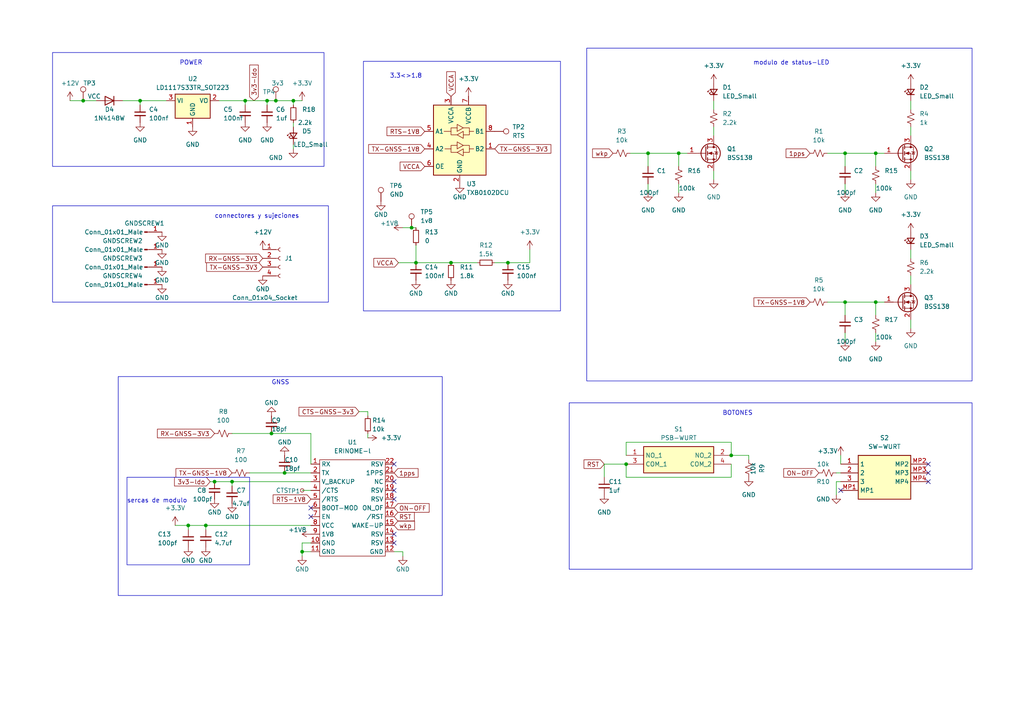
<source format=kicad_sch>
(kicad_sch (version 20230121) (generator eeschema)
  (paper "A4")
  (lib_symbols
    (symbol "Connector:Conn_01x01_Male" (pin_names (offset 1.016) hide)
      (property "Reference" "J" (at 0 2.54 0))
      (property "Value" "Conn_01x01_Male" (at 0 -2.54 0))
      (symbol "Conn_01x01_Male_1_1"
        (polyline (pts (xy 1.27 0) (xy 0.8636 0)) (stroke (width 0.1524)))
        (rectangle (start 0.8636 0.127) (end 0 -0.127) (stroke (width 0.1524)) (fill (type outline)))
        (pin passive line (at 5.08 0 180) (length 3.81) (name "Pin_1") (number "1"))
      )
    )
    (symbol "Connector:Conn_01x04_Socket" (pin_names (offset 1.016) hide)
      (property "Reference" "J" (at 0 5.08 0))
      (property "Value" "Conn_01x04_Socket" (at 0 -7.62 0))
      (symbol "Conn_01x04_Socket_1_1"
        (arc (start 0 -4.572) (mid -0.5058 -5.08) (end 0 -5.588) (stroke (width 0.1524)))
        (arc (start 0 -2.032) (mid -0.5058 -2.54) (end 0 -3.048) (stroke (width 0.1524)))
        (polyline (pts (xy -1.27 -5.08) (xy -0.508 -5.08)) (stroke (width 0.1524)))
        (polyline (pts (xy -1.27 -2.54) (xy -0.508 -2.54)) (stroke (width 0.1524)))
        (polyline (pts (xy -1.27 0) (xy -0.508 0)) (stroke (width 0.1524)))
        (polyline (pts (xy -1.27 2.54) (xy -0.508 2.54)) (stroke (width 0.1524)))
        (arc (start 0 0.508) (mid -0.5058 0) (end 0 -0.508) (stroke (width 0.1524)))
        (arc (start 0 3.048) (mid -0.5058 2.54) (end 0 2.032) (stroke (width 0.1524)))
        (pin passive line (at -5.08 2.54 0) (length 3.81) (name "Pin_1") (number "1"))
        (pin passive line (at -5.08 0 0) (length 3.81) (name "Pin_2") (number "2"))
        (pin passive line (at -5.08 -2.54 0) (length 3.81) (name "Pin_3") (number "3"))
        (pin passive line (at -5.08 -5.08 0) (length 3.81) (name "Pin_4") (number "4"))
      )
    )
    (symbol "Connector:TestPoint" (pin_numbers hide) (pin_names (offset 0.762) hide)
      (property "Reference" "TP" (at 0 6.858 0))
      (property "Value" "TestPoint" (at 0 5.08 0))
      (symbol "TestPoint_0_1"
        (circle (center 0 3.302) (radius 0.762))
      )
      (symbol "TestPoint_1_1"
        (pin passive line (at 0 0 90) (length 2.54) (name "1") (number "1"))
      )
    )
    (symbol "Connector:TestPoint_Small" (pin_numbers hide) (pin_names (offset 0.762) hide)
      (property "Reference" "TP" (at 0 3.81 0))
      (property "Value" "TestPoint_Small" (at 0 2.032 0))
      (symbol "TestPoint_Small_0_1"
        (circle (center 0 0) (radius 0.508))
      )
      (symbol "TestPoint_Small_1_1"
        (pin passive line (at 0 0 90) (length 0) (name "1") (number "1"))
      )
    )
    (symbol "Device:C_Small" (pin_numbers hide) (pin_names (offset 0.254) hide)
      (property "Reference" "C" (at 0.254 1.778 0))
      (property "Value" "C_Small" (at 0.254 -2.032 0))
      (symbol "C_Small_0_1"
        (polyline (pts (xy -1.524 -0.508) (xy 1.524 -0.508)) (stroke (width 0.3302)))
        (polyline (pts (xy -1.524 0.508) (xy 1.524 0.508)) (stroke (width 0.3048)))
      )
      (symbol "C_Small_1_1"
        (pin passive line (at 0 2.54 270) (length 2.032) (name "~") (number "1"))
        (pin passive line (at 0 -2.54 90) (length 2.032) (name "~") (number "2"))
      )
    )
    (symbol "Device:LED_Small" (pin_numbers hide) (pin_names (offset 0.254) hide)
      (property "Reference" "D" (at -1.27 3.175 0))
      (property "Value" "LED_Small" (at -4.445 -2.54 0))
      (symbol "LED_Small_0_1"
        (polyline (pts (xy -0.762 -1.016) (xy -0.762 1.016)) (stroke (width 0.254)))
        (polyline (pts (xy 1.016 0) (xy -0.762 0)))
        (polyline (pts (xy 0.762 -1.016) (xy -0.762 0) (xy 0.762 1.016) (xy 0.762 -1.016)) (stroke (width 0.254)))
        (polyline (pts (xy 0 0.762) (xy -0.508 1.27) (xy -0.254 1.27) (xy -0.508 1.27) (xy -0.508 1.016)))
        (polyline (pts (xy 0.508 1.27) (xy 0 1.778) (xy 0.254 1.778) (xy 0 1.778) (xy 0 1.524)))
      )
      (symbol "LED_Small_1_1"
        (pin passive line (at -2.54 0 0) (length 1.778) (name "K") (number "1"))
        (pin passive line (at 2.54 0 180) (length 1.778) (name "A") (number "2"))
      )
    )
    (symbol "Device:R_Small" (pin_numbers hide) (pin_names (offset 0.254) hide)
      (property "Reference" "R" (at 0.762 0.508 0))
      (property "Value" "R_Small" (at 0.762 -1.016 0))
      (symbol "R_Small_0_1"
        (rectangle (start -0.762 1.778) (end 0.762 -1.778) (stroke (width 0.2032)))
      )
      (symbol "R_Small_1_1"
        (pin passive line (at 0 2.54 270) (length 0.762) (name "~") (number "1"))
        (pin passive line (at 0 -2.54 90) (length 0.762) (name "~") (number "2"))
      )
    )
    (symbol "Device:R_Small_US" (pin_numbers hide) (pin_names (offset 0.254) hide)
      (property "Reference" "R" (at 0.762 0.508 0))
      (property "Value" "R_Small_US" (at 0.762 -1.016 0))
      (symbol "R_Small_US_1_1"
        (polyline (pts (xy 0 0) (xy 1.016 -0.381) (xy 0 -0.762) (xy -1.016 -1.143) (xy 0 -1.524)))
        (polyline (pts (xy 0 1.524) (xy 1.016 1.143) (xy 0 0.762) (xy -1.016 0.381) (xy 0 0)))
        (pin passive line (at 0 2.54 270) (length 1.016) (name "~") (number "1"))
        (pin passive line (at 0 -2.54 90) (length 1.016) (name "~") (number "2"))
      )
    )
    (symbol "Diode:1N4148W" (pin_numbers hide) (pin_names hide)
      (property "Reference" "D" (at 0 2.54 0))
      (property "Value" "1N4148W" (at 0 -2.54 0))
      (symbol "1N4148W_0_1"
        (polyline (pts (xy -1.27 1.27) (xy -1.27 -1.27)) (stroke (width 0.254)))
        (polyline (pts (xy 1.27 0) (xy -1.27 0)))
        (polyline (pts (xy 1.27 1.27) (xy 1.27 -1.27) (xy -1.27 0) (xy 1.27 1.27)) (stroke (width 0.254)))
      )
      (symbol "1N4148W_1_1"
        (pin passive line (at -3.81 0 0) (length 2.54) (name "K") (number "1"))
        (pin passive line (at 3.81 0 180) (length 2.54) (name "A") (number "2"))
      )
    )
    (symbol "Logic_LevelTranslator:TXB0102DCU"
      (property "Reference" "U" (at -6.35 11.43 0))
      (property "Value" "TXB0102DCU" (at 3.81 11.43 0))
      (symbol "TXB0102DCU_0_1"
        (rectangle (start -7.62 10.16) (end 7.62 -10.16) (stroke (width 0.254)) (fill (type background)))
        (polyline (pts (xy -2.54 -2.54) (xy -2.54 -1.524) (xy -0.762 -1.524)))
        (polyline (pts (xy -2.54 2.54) (xy -2.54 3.556) (xy -0.762 3.556)))
        (polyline (pts (xy 2.794 -2.54) (xy 2.794 -3.556) (xy 1.016 -3.556)))
        (polyline (pts (xy 2.794 2.54) (xy 2.794 1.524) (xy 1.016 1.524)))
        (polyline (pts (xy -0.762 -3.556) (xy -2.54 -3.556) (xy -2.54 -2.54) (xy -4.318 -2.54)))
        (polyline (pts (xy -0.762 -2.54) (xy -0.762 -0.508) (xy 1.016 -1.524) (xy -0.762 -2.54)))
        (polyline (pts (xy -0.762 1.524) (xy -2.54 1.524) (xy -2.54 2.54) (xy -4.572 2.54)))
        (polyline (pts (xy -0.762 2.54) (xy -0.762 4.572) (xy 1.016 3.556) (xy -0.762 2.54)))
        (polyline (pts (xy 1.016 -2.54) (xy 1.016 -4.572) (xy -0.762 -3.556) (xy 1.016 -2.54)))
        (polyline (pts (xy 1.016 -1.524) (xy 2.794 -1.524) (xy 2.794 -2.54) (xy 4.064 -2.54)))
        (polyline (pts (xy 1.016 3.556) (xy 2.794 3.556) (xy 2.794 2.54) (xy 4.064 2.54)))
        (polyline (pts (xy 1.016 2.54) (xy 1.016 0.762) (xy 1.016 0.508) (xy -0.762 1.524) (xy 1.016 2.54)))
      )
      (symbol "TXB0102DCU_1_1"
        (pin bidirectional line (at 10.16 -2.54 180) (length 2.54) (name "B2") (number "1"))
        (pin power_in line (at 0 -12.7 90) (length 2.54) (name "GND") (number "2"))
        (pin power_in line (at -2.54 12.7 270) (length 2.54) (name "VCCA") (number "3"))
        (pin bidirectional line (at -10.16 -2.54 0) (length 2.54) (name "A2") (number "4"))
        (pin bidirectional line (at -10.16 2.54 0) (length 2.54) (name "A1") (number "5"))
        (pin input line (at -10.16 -7.62 0) (length 2.54) (name "OE") (number "6"))
        (pin power_in line (at 2.54 12.7 270) (length 2.54) (name "VCCB") (number "7"))
        (pin bidirectional line (at 10.16 2.54 180) (length 2.54) (name "B1") (number "8"))
      )
    )
    (symbol "Regulator_Linear:LD1117S33TR_SOT223"
      (property "Reference" "U" (at -3.81 3.175 0))
      (property "Value" "LD1117S33TR_SOT223" (at 0 3.175 0))
      (symbol "LD1117S33TR_SOT223_0_1"
        (rectangle (start -5.08 -5.08) (end 5.08 1.905) (stroke (width 0.254)) (fill (type background)))
      )
      (symbol "LD1117S33TR_SOT223_1_1"
        (pin power_in line (at 0 -7.62 90) (length 2.54) (name "GND") (number "1"))
        (pin power_out line (at 7.62 0 180) (length 2.54) (name "VO") (number "2"))
        (pin power_in line (at -7.62 0 0) (length 2.54) (name "VI") (number "3"))
      )
    )
    (symbol "Transistor_FET:BSS138" (pin_names hide)
      (property "Reference" "Q" (at 5.08 1.905 0))
      (property "Value" "BSS138" (at 5.08 0 0))
      (symbol "BSS138_0_1"
        (polyline (pts (xy 0.254 0) (xy -2.54 0)))
        (polyline (pts (xy 0.254 1.905) (xy 0.254 -1.905)) (stroke (width 0.254)))
        (polyline (pts (xy 0.762 -1.27) (xy 0.762 -2.286)) (stroke (width 0.254)))
        (polyline (pts (xy 0.762 0.508) (xy 0.762 -0.508)) (stroke (width 0.254)))
        (polyline (pts (xy 0.762 2.286) (xy 0.762 1.27)) (stroke (width 0.254)))
        (polyline (pts (xy 2.54 2.54) (xy 2.54 1.778)))
        (polyline (pts (xy 2.54 -2.54) (xy 2.54 0) (xy 0.762 0)))
        (polyline (pts (xy 0.762 -1.778) (xy 3.302 -1.778) (xy 3.302 1.778) (xy 0.762 1.778)))
        (polyline (pts (xy 1.016 0) (xy 2.032 0.381) (xy 2.032 -0.381) (xy 1.016 0)) (fill (type outline)))
        (polyline (pts (xy 2.794 0.508) (xy 2.921 0.381) (xy 3.683 0.381) (xy 3.81 0.254)))
        (polyline (pts (xy 3.302 0.381) (xy 2.921 -0.254) (xy 3.683 -0.254) (xy 3.302 0.381)))
        (circle (center 1.651 0) (radius 2.794) (stroke (width 0.254)))
        (circle (center 2.54 -1.778) (radius 0.254) (fill (type outline)))
        (circle (center 2.54 1.778) (radius 0.254) (fill (type outline)))
      )
      (symbol "BSS138_1_1"
        (pin input line (at -5.08 0 0) (length 2.54) (name "G") (number "1"))
        (pin passive line (at 2.54 -5.08 90) (length 2.54) (name "S") (number "2"))
        (pin passive line (at 2.54 5.08 270) (length 2.54) (name "D") (number "3"))
      )
    )
    (symbol "power:+12V" (power) (pin_names (offset 0))
      (property "Value" "+12V" (at 0 3.556 0))
      (symbol "+12V_0_1"
        (polyline (pts (xy -0.762 1.27) (xy 0 2.54)))
        (polyline (pts (xy 0 0) (xy 0 2.54)))
        (polyline (pts (xy 0 2.54) (xy 0.762 1.27)))
      )
      (symbol "+12V_1_1"
        (pin power_in line (at 0 0 90) (length 0) hide (name "+12V") (number "1"))
      )
    )
    (symbol "power:+1V8" (power) (pin_names (offset 0))
      (property "Value" "+1V8" (at 0 3.556 0))
      (symbol "+1V8_0_1"
        (polyline (pts (xy -0.762 1.27) (xy 0 2.54)))
        (polyline (pts (xy 0 0) (xy 0 2.54)))
        (polyline (pts (xy 0 2.54) (xy 0.762 1.27)))
      )
      (symbol "+1V8_1_1"
        (pin power_in line (at 0 0 90) (length 0) hide (name "+1V8") (number "1"))
      )
    )
    (symbol "power:+3.3V" (power) (pin_names (offset 0))
      (property "Value" "+3.3V" (at 0 3.556 0))
      (symbol "+3.3V_0_1"
        (polyline (pts (xy -0.762 1.27) (xy 0 2.54)))
        (polyline (pts (xy 0 0) (xy 0 2.54)))
        (polyline (pts (xy 0 2.54) (xy 0.762 1.27)))
      )
      (symbol "+3.3V_1_1"
        (pin power_in line (at 0 0 90) (length 0) hide (name "+3.3V") (number "1"))
      )
    )
    (symbol "power:GND" (power) (pin_names (offset 0))
      (property "Value" "GND" (at 0 -3.81 0))
      (symbol "GND_0_1"
        (polyline (pts (xy 0 0) (xy 0 -1.27) (xy 1.27 -1.27) (xy 0 -2.54) (xy -1.27 -1.27) (xy 0 -1.27)))
      )
      (symbol "GND_1_1"
        (pin power_in line (at 0 0 270) (length 0) hide (name "GND") (number "1"))
      )
    )
    (symbol "space:Erinome-i"
      (property "Reference" "U" (at 0 11.43 0))
      (property "Value" "ERINOME-l" (at 0 15.24 0))
      (symbol "Erinome-i_1_1"
        (rectangle (start -10.16 13.97) (end 8.89 -13.97))
        (pin input line (at -12.7 12.7 0) (length 2.54) (name "RX") (number "1"))
        (pin bidirectional line (at -12.7 -10.16 0) (length 2.54) (name "GND") (number "10"))
        (pin bidirectional line (at -12.7 -12.7 0) (length 2.54) (name "GND") (number "11"))
        (pin bidirectional line (at 11.43 -12.7 180) (length 2.54) (name "GND") (number "12"))
        (pin bidirectional line (at 11.43 -10.16 180) (length 2.54) (name "RSV") (number "13"))
        (pin bidirectional line (at 11.43 -7.62 180) (length 2.54) (name "RSV") (number "14"))
        (pin bidirectional line (at 11.43 -5.08 180) (length 2.54) (name "WAKE-UP") (number "15"))
        (pin bidirectional line (at 11.43 -2.54 180) (length 2.54) (name "/RST") (number "16"))
        (pin bidirectional line (at 11.43 0 180) (length 2.54) (name "ON_OF") (number "17"))
        (pin bidirectional line (at 11.43 2.54 180) (length 2.54) (name "RSV") (number "18"))
        (pin bidirectional line (at 11.43 5.08 180) (length 2.54) (name "RSV") (number "19"))
        (pin output line (at -12.7 10.16 0) (length 2.54) (name "TX") (number "2"))
        (pin bidirectional line (at 11.43 7.62 180) (length 2.54) (name "NC") (number "20"))
        (pin bidirectional line (at 11.43 10.16 180) (length 2.54) (name "1PPS") (number "21"))
        (pin bidirectional line (at 11.43 12.7 180) (length 2.54) (name "RSV") (number "22"))
        (pin bidirectional line (at -12.7 7.62 0) (length 2.54) (name "V_BACKUP") (number "3"))
        (pin bidirectional line (at -12.7 5.08 0) (length 2.54) (name "/CTS") (number "4"))
        (pin bidirectional line (at -12.7 2.54 0) (length 2.54) (name "/RTS") (number "5"))
        (pin bidirectional line (at -12.7 0 0) (length 2.54) (name "BOOT-MOD") (number "6"))
        (pin bidirectional line (at -12.7 -2.54 0) (length 2.54) (name "EN") (number "7"))
        (pin power_in line (at -12.7 -5.08 0) (length 2.54) (name "VCC") (number "8"))
        (pin bidirectional line (at -12.7 -7.62 0) (length 2.54) (name "1V8") (number "9"))
      )
    )
    (symbol "space:PSB-WURT"
      (property "Reference" "S" (at 26.67 7.62 0))
      (property "Value" "PSB-WURT" (at 26.67 5.08 0))
      (symbol "PSB-WURT_1_1"
        (rectangle (start 5.08 2.54) (end 25.4 -5.08) (stroke (width 0.254)) (fill (type background)))
        (pin passive line (at 0 0 0) (length 5.08) (name "NO_1") (number "1"))
        (pin passive line (at 30.48 0 180) (length 5.08) (name "NO_2") (number "2"))
        (pin passive line (at 0 -2.54 0) (length 5.08) (name "COM_1") (number "3"))
        (pin passive line (at 30.48 -2.54 180) (length 5.08) (name "COM_2") (number "4"))
      )
    )
    (symbol "space:SW-WURT"
      (property "Reference" "S" (at 21.59 7.62 0))
      (property "Value" "SW-WURT" (at 21.59 5.08 0))
      (symbol "SW-WURT_1_1"
        (rectangle (start 5.08 2.54) (end 20.32 -10.16) (stroke (width 0.254)) (fill (type background)))
        (pin passive line (at 0 0 0) (length 5.08) (name "1") (number "1"))
        (pin passive line (at 0 -2.54 0) (length 5.08) (name "2") (number "2"))
        (pin passive line (at 0 -5.08 0) (length 5.08) (name "3") (number "3"))
        (pin passive line (at 0 -7.62 0) (length 5.08) (name "MP1") (number "MP1"))
        (pin passive line (at 25.4 0 180) (length 5.08) (name "MP2") (number "MP2"))
        (pin passive line (at 25.4 -2.54 180) (length 5.08) (name "MP3") (number "MP3"))
        (pin passive line (at 25.4 -5.08 180) (length 5.08) (name "MP4") (number "MP4"))
      )
    )
  )
  (junction (at 85.09 29.21))
  (junction (at 80.01 29.21))
  (junction (at 77.47 29.21))
  (junction (at 254 44.45))
  (junction (at 181.61 134.62))
  (junction (at 71.12 29.21))
  (junction (at 54.61 152.4))
  (junction (at 120.65 76.2))
  (junction (at 24.13 29.21))
  (junction (at 59.69 152.4))
  (junction (at 212.09 132.08))
  (junction (at 82.55 137.16))
  (junction (at 62.23 139.7))
  (junction (at 67.31 139.7))
  (junction (at 245.11 44.45))
  (junction (at 187.96 44.45))
  (junction (at 40.64 29.21))
  (junction (at 147.32 76.2))
  (junction (at 78.74 125.73))
  (junction (at 196.85 44.45))
  (junction (at 130.81 76.2))
  (junction (at 245.11 87.63))
  (junction (at 254 87.63))
  (junction (at 119.38 66.04))
  (junction (at 87.63 160.02))
  (no_connect (at 114.3 144.78))
  (no_connect (at 269.24 137.16))
  (no_connect (at 114.3 142.24))
  (no_connect (at 114.3 139.7))
  (no_connect (at 269.24 139.7))
  (no_connect (at 269.24 134.62))
  (no_connect (at 90.17 149.86))
  (no_connect (at 243.84 142.24))
  (no_connect (at 114.3 134.62))
  (no_connect (at 114.3 157.48))
  (no_connect (at 90.17 147.32))
  (no_connect (at 114.3 154.94))
  (wire (pts (xy 243.84 132.08) (xy 243.84 134.62)))
  (wire (pts (xy 254 44.45) (xy 256.54 44.45)))
  (wire (pts (xy 106.68 119.38) (xy 106.68 120.65)))
  (wire (pts (xy 181.61 128.27) (xy 181.61 132.08)))
  (wire (pts (xy 245.11 44.45) (xy 254 44.45)))
  (wire (pts (xy 87.63 160.02) (xy 87.63 161.29)))
  (wire (pts (xy 77.47 29.21) (xy 77.47 30.48)))
  (wire (pts (xy 181.61 138.43) (xy 181.61 134.62)))
  (wire (pts (xy 67.31 125.73) (xy 78.74 125.73)))
  (wire (pts (xy 196.85 53.34) (xy 196.85 55.88)))
  (wire (pts (xy 245.11 87.63) (xy 254 87.63)))
  (wire (pts (xy 254 96.52) (xy 254 99.06)))
  (wire (pts (xy 87.63 160.02) (xy 90.17 160.02)))
  (wire (pts (xy 120.65 76.2) (xy 130.81 76.2)))
  (wire (pts (xy 212.09 128.27) (xy 212.09 132.08)))
  (wire (pts (xy 60.96 139.7) (xy 62.23 139.7)))
  (wire (pts (xy 242.57 139.7) (xy 242.57 143.51)))
  (wire (pts (xy 264.16 72.39) (xy 264.16 74.93)))
  (wire (pts (xy 212.09 138.43) (xy 212.09 134.62)))
  (wire (pts (xy 114.3 160.02) (xy 116.84 160.02)))
  (wire (pts (xy 245.11 96.52) (xy 245.11 99.06)))
  (wire (pts (xy 243.84 139.7) (xy 242.57 139.7)))
  (wire (pts (xy 181.61 138.43) (xy 212.09 138.43)))
  (wire (pts (xy 130.81 76.2) (xy 138.43 76.2)))
  (wire (pts (xy 240.03 87.63) (xy 245.11 87.63)))
  (wire (pts (xy 182.88 44.45) (xy 187.96 44.45)))
  (wire (pts (xy 175.26 134.62) (xy 175.26 138.43)))
  (wire (pts (xy 87.63 142.24) (xy 90.17 142.24)))
  (wire (pts (xy 85.09 35.56) (xy 85.09 36.83)))
  (wire (pts (xy 85.09 41.91) (xy 85.09 43.18)))
  (wire (pts (xy 116.84 66.04) (xy 119.38 66.04)))
  (wire (pts (xy 90.17 125.73) (xy 90.17 134.62)))
  (wire (pts (xy 245.11 87.63) (xy 245.11 91.44)))
  (wire (pts (xy 196.85 44.45) (xy 199.39 44.45)))
  (wire (pts (xy 63.5 29.21) (xy 71.12 29.21)))
  (wire (pts (xy 264.16 80.01) (xy 264.16 82.55)))
  (wire (pts (xy 242.57 137.16) (xy 243.84 137.16)))
  (wire (pts (xy 67.31 139.7) (xy 90.17 139.7)))
  (wire (pts (xy 119.38 66.04) (xy 120.65 66.04)))
  (wire (pts (xy 212.09 132.08) (xy 217.17 132.08)))
  (wire (pts (xy 187.96 53.34) (xy 187.96 55.88)))
  (wire (pts (xy 20.32 29.21) (xy 24.13 29.21)))
  (wire (pts (xy 254 44.45) (xy 254 48.26)))
  (wire (pts (xy 207.01 36.83) (xy 207.01 39.37)))
  (wire (pts (xy 264.16 29.21) (xy 264.16 31.75)))
  (wire (pts (xy 240.03 44.45) (xy 245.11 44.45)))
  (wire (pts (xy 67.31 140.97) (xy 67.31 139.7)))
  (wire (pts (xy 77.47 29.21) (xy 80.01 29.21)))
  (wire (pts (xy 40.64 29.21) (xy 48.26 29.21)))
  (wire (pts (xy 40.64 29.21) (xy 40.64 30.48)))
  (wire (pts (xy 59.69 152.4) (xy 90.17 152.4)))
  (wire (pts (xy 71.12 29.21) (xy 77.47 29.21)))
  (wire (pts (xy 264.16 92.71) (xy 264.16 95.25)))
  (wire (pts (xy 187.96 44.45) (xy 196.85 44.45)))
  (wire (pts (xy 120.65 71.12) (xy 120.65 76.2)))
  (wire (pts (xy 35.56 29.21) (xy 40.64 29.21)))
  (wire (pts (xy 245.11 44.45) (xy 245.11 48.26)))
  (wire (pts (xy 62.23 139.7) (xy 67.31 139.7)))
  (wire (pts (xy 82.55 137.16) (xy 90.17 137.16)))
  (wire (pts (xy 85.09 29.21) (xy 87.63 29.21)))
  (wire (pts (xy 106.68 127) (xy 106.68 125.73)))
  (wire (pts (xy 143.51 76.2) (xy 147.32 76.2)))
  (wire (pts (xy 54.61 153.67) (xy 54.61 152.4)))
  (wire (pts (xy 115.57 76.2) (xy 120.65 76.2)))
  (wire (pts (xy 24.13 29.21) (xy 27.94 29.21)))
  (wire (pts (xy 153.67 76.2) (xy 147.32 76.2)))
  (wire (pts (xy 264.16 49.53) (xy 264.16 52.07)))
  (wire (pts (xy 153.67 72.39) (xy 153.67 76.2)))
  (wire (pts (xy 207.01 49.53) (xy 207.01 52.07)))
  (wire (pts (xy 116.84 160.02) (xy 116.84 161.29)))
  (wire (pts (xy 104.14 119.38) (xy 106.68 119.38)))
  (wire (pts (xy 54.61 152.4) (xy 59.69 152.4)))
  (wire (pts (xy 207.01 29.21) (xy 207.01 31.75)))
  (wire (pts (xy 196.85 44.45) (xy 196.85 48.26)))
  (wire (pts (xy 264.16 36.83) (xy 264.16 39.37)))
  (wire (pts (xy 90.17 157.48) (xy 87.63 157.48)))
  (wire (pts (xy 85.09 29.21) (xy 85.09 30.48)))
  (wire (pts (xy 78.74 125.73) (xy 90.17 125.73)))
  (wire (pts (xy 254 87.63) (xy 254 91.44)))
  (wire (pts (xy 175.26 134.62) (xy 181.61 134.62)))
  (wire (pts (xy 87.63 157.48) (xy 87.63 160.02)))
  (wire (pts (xy 59.69 152.4) (xy 59.69 153.67)))
  (wire (pts (xy 245.11 53.34) (xy 245.11 55.88)))
  (wire (pts (xy 217.17 133.35) (xy 217.17 132.08)))
  (wire (pts (xy 71.12 29.21) (xy 71.12 30.48)))
  (wire (pts (xy 50.8 152.4) (xy 54.61 152.4)))
  (wire (pts (xy 254 53.34) (xy 254 55.88)))
  (wire (pts (xy 187.96 44.45) (xy 187.96 48.26)))
  (wire (pts (xy 254 87.63) (xy 256.54 87.63)))
  (wire (pts (xy 181.61 128.27) (xy 212.09 128.27)))
  (wire (pts (xy 72.39 137.16) (xy 82.55 137.16)))
  (wire (pts (xy 80.01 29.21) (xy 85.09 29.21)))
  (rectangle (start 36.83 138.43) (end 72.39 163.83))
  (rectangle (start 15.24 59.69) (end 95.25 87.63))
  (rectangle (start 105.41 17.78) (end 162.56 90.17))
  (rectangle (start 170.18 13.97) (end 281.94 110.49))
  (rectangle (start 165.1 116.84) (end 281.94 165.1))
  (rectangle (start 34.29 109.22) (end 128.27 172.72))
  (rectangle (start 15.24 15.24) (end 93.98 48.26))
  (text "BOTONES" (at 209.55 120.65 0) (effects (font (size 1.27 1.27)) (justify left bottom)))
  (text "modulo de status-LED" (at 218.44 19.05 0) (effects (font (size 1.27 1.27)) (justify left bottom)))
  (text "POWER" (at 52.07 19.05 0) (effects (font (size 1.27 1.27)) (justify left bottom)))
  (text "sercas de modulo" (at 36.83 146.05 0) (effects (font (size 1.27 1.27)) (justify left bottom)))
  (text "3.3<>1.8" (at 113.03 22.86 0) (effects (font (size 1.27 1.27)) (justify left bottom)))
  (text "GNSS\n" (at 78.74 111.76 0) (effects (font (size 1.27 1.27)) (justify left bottom)))
  (text "connectores y sujeciones" (at 62.23 63.5 0) (effects (font (size 1.27 1.27)) (justify left bottom)))
  (global_label "wkp" (shape input) (at 114.3 152.4 0) (property "Intersheetrefs" "${INTERSHEET_REFS}" (effects hide)))
  (global_label "VCCA" (shape input) (at 115.57 76.2 180) (property "Intersheetrefs" "${INTERSHEET_REFS}" (effects hide)))
  (global_label "1pps" (shape input) (at 114.3 137.16 0) (property "Intersheetrefs" "${INTERSHEET_REFS}" (effects hide)))
  (global_label "VCCA" (shape input) (at 123.19 48.26 180) (property "Intersheetrefs" "${INTERSHEET_REFS}" (effects hide)))
  (global_label "TX-GNSS-1V8" (shape input) (at 234.95 87.63 180) (property "Intersheetrefs" "${INTERSHEET_REFS}" (effects hide)))
  (global_label "3v3-ldo" (shape input) (at 73.66 29.21 90) (property "Intersheetrefs" "${INTERSHEET_REFS}" (effects hide)))
  (global_label "VCCA" (shape input) (at 130.81 27.94 90) (property "Intersheetrefs" "${INTERSHEET_REFS}" (effects hide)))
  (global_label "TX-GNSS-1V8" (shape input) (at 67.31 137.16 180) (property "Intersheetrefs" "${INTERSHEET_REFS}" (effects hide)))
  (global_label "3v3-ldo" (shape input) (at 60.96 139.7 180) (property "Intersheetrefs" "${INTERSHEET_REFS}" (effects hide)))
  (global_label "RX-GNSS-3V3" (shape input) (at 76.2 74.93 180) (property "Intersheetrefs" "${INTERSHEET_REFS}" (effects hide)))
  (global_label "TX-GNSS-1V8" (shape input) (at 123.19 43.18 180) (property "Intersheetrefs" "${INTERSHEET_REFS}" (effects hide)))
  (global_label "RTS-1V8" (shape input) (at 90.17 144.78 180) (property "Intersheetrefs" "${INTERSHEET_REFS}" (effects hide)))
  (global_label "1pps" (shape input) (at 234.95 44.45 180) (property "Intersheetrefs" "${INTERSHEET_REFS}" (effects hide)))
  (global_label "RST" (shape input) (at 175.26 134.62 180) (property "Intersheetrefs" "${INTERSHEET_REFS}" (effects hide)))
  (global_label "ON-OFF" (shape input) (at 237.49 137.16 180) (property "Intersheetrefs" "${INTERSHEET_REFS}" (effects hide)))
  (global_label "RTS-1V8" (shape input) (at 123.19 38.1 180) (property "Intersheetrefs" "${INTERSHEET_REFS}" (effects hide)))
  (global_label "CTS-GNSS-3v3" (shape input) (at 104.14 119.38 180) (property "Intersheetrefs" "${INTERSHEET_REFS}" (effects hide)))
  (global_label "RST" (shape input) (at 114.3 149.86 0) (property "Intersheetrefs" "${INTERSHEET_REFS}" (effects hide)))
  (global_label "RX-GNSS-3V3" (shape input) (at 62.23 125.73 180) (property "Intersheetrefs" "${INTERSHEET_REFS}" (effects hide)))
  (global_label "TX-GNSS-3V3" (shape input) (at 143.51 43.18 0) (property "Intersheetrefs" "${INTERSHEET_REFS}" (effects hide)))
  (global_label "TX-GNSS-3V3" (shape input) (at 76.2 77.47 180) (property "Intersheetrefs" "${INTERSHEET_REFS}" (effects hide)))
  (global_label "ON-OFF" (shape input) (at 114.3 147.32 0) (property "Intersheetrefs" "${INTERSHEET_REFS}" (effects hide)))
  (global_label "wkp" (shape input) (at 177.8 44.45 180) (property "Intersheetrefs" "${INTERSHEET_REFS}" (effects hide)))
  (symbol (lib_id "Device:C_Small") (at 175.26 140.97 0) (unit 1)
    (property "Reference" "C11" (at 176.53 139.7 0) (effects (justify left)))
    (property "Value" "1uf" (at 176.53 142.24 0) (effects (justify left)))
    (property "Footprint" "Capacitor_SMD:C_0805_2012Metric_Pad1.18x1.45mm_HandSolder" (effects hide))
  )
  (symbol (lib_id "Device:C_Small") (at 77.47 33.02 0) (unit 1)
    (property "Reference" "C6" (at 80.01 31.7563 0) (effects (justify left)))
    (property "Value" "1uf" (at 80.01 34.2963 0) (effects (justify left)))
    (property "Footprint" "Capacitor_SMD:C_0805_2012Metric_Pad1.18x1.45mm_HandSolder" (effects hide))
  )
  (symbol (lib_id "Device:R_Small_US") (at 64.77 125.73 90) (unit 1)
    (property "Reference" "R8" (at 64.77 119.38 90))
    (property "Value" "100" (at 64.77 121.92 90))
    (property "Footprint" "Resistor_SMD:R_0805_2012Metric_Pad1.20x1.40mm_HandSolder" (effects hide))
  )
  (symbol (lib_id "Connector:Conn_01x01_Male") (at 41.91 77.47 0) (unit 1)
    (property "Reference" "GNDSCREW3" (at 35.56 74.93 0))
    (property "Value" "Conn_01x01_Male" (at 33.02 77.47 0))
    (property "Footprint" "MountingHole:MountingHole_2.2mm_M2_Pad_Via" (effects hide))
  )
  (symbol (lib_id "Device:C_Small") (at 67.31 143.51 0) (unit 1)
    (property "Reference" "C7" (at 68.58 142.24 0) (effects (justify left)))
    (property "Value" "4.7uf" (at 67.31 146.05 0) (effects (justify left)))
    (property "Footprint" "Capacitor_SMD:C_0805_2012Metric_Pad1.18x1.45mm_HandSolder" (effects hide))
  )
  (symbol (lib_id "Connector:TestPoint_Small") (at 87.63 142.24 0) (unit 1)
    (property "Reference" "TP1" (at 83.4221 142.4471 0) (effects (justify left)))
    (property "Value" "CTS" (at 80.01 142.24 0) (effects (justify left)))
    (property "Footprint" "TestPoint:TestPoint_Pad_D2.0mm" (effects hide))
  )
  (symbol (lib_id "space:SW-WURT") (at 243.84 134.62 0) (unit 1)
    (property "Reference" "S2" (at 256.54 127 0))
    (property "Value" "SW-WURT" (at 256.54 129.54 0))
    (property "Footprint" "space:SW-WURT" (effects hide))
    (property "Datasheet" "https://katalog.we-online.de/em/datasheet/450404015514.pdf" (effects hide))
    (property "Height" "1.4" (effects hide))
    (property "Mouser Part Number" "710-450404015514" (effects hide))
    (property "Mouser Price/Stock" "https://www.mouser.co.uk/ProductDetail/Wurth-Elektronik/450404015514?qs=sPbYRqrBIVk21%2FxsES2IZA%3D%3D" (effects hide))
    (property "Manufacturer_Name" "Wurth Elektronik" (effects hide))
    (property "Manufacturer_Part_Number" "450404015514" (effects hide))
  )
  (symbol (lib_id "power:GND") (at 196.85 55.88 0) (unit 1)
    (property "Reference" "#PWR02" (effects hide))
    (property "Value" "GND" (at 196.85 60.96 0))
  )
  (symbol (lib_id "power:GND") (at 54.61 158.75 0) (unit 1)
    (property "Reference" "#PWR029" (effects hide))
    (property "Value" "GND" (at 54.61 162.56 0))
  )
  (symbol (lib_id "Device:C_Small") (at 62.23 142.24 0) (unit 1)
    (property "Reference" "C8" (at 57.15 142.24 0) (effects (justify left)))
    (property "Value" "100pf" (at 55.88 144.78 0) (effects (justify left)))
    (property "Footprint" "Capacitor_SMD:C_0805_2012Metric_Pad1.18x1.45mm_HandSolder" (effects hide))
  )
  (symbol (lib_id "power:+3.3V") (at 87.63 29.21 0) (unit 1)
    (property "Reference" "#PWR016" (effects hide))
    (property "Value" "+3.3V" (at 87.63 24.13 0))
  )
  (symbol (lib_id "Device:R_Small_US") (at 237.49 44.45 90) (unit 1)
    (property "Reference" "R1" (at 237.49 38.1 90))
    (property "Value" "10k" (at 237.49 40.64 90))
    (property "Footprint" "Resistor_SMD:R_0805_2012Metric_Pad1.20x1.40mm_HandSolder" (effects hide))
  )
  (symbol (lib_id "Device:R_Small_US") (at 196.85 50.8 0) (unit 1)
    (property "Reference" "R16" (at 199.39 49.53 0) (effects (justify left)))
    (property "Value" "100k" (at 196.85 54.61 0) (effects (justify left)))
    (property "Footprint" "Resistor_SMD:R_0805_2012Metric_Pad1.20x1.40mm_HandSolder" (effects hide))
  )
  (symbol (lib_id "power:GND") (at 82.55 132.08 180) (unit 1)
    (property "Reference" "#PWR020" (effects hide))
    (property "Value" "GND" (at 82.55 128.27 0))
  )
  (symbol (lib_id "Device:R_Small") (at 106.68 123.19 0) (unit 1)
    (property "Reference" "R14" (at 107.95 121.92 0) (effects (justify left)))
    (property "Value" "10k" (at 107.95 124.46 0) (effects (justify left)))
    (property "Footprint" "Resistor_SMD:R_0805_2012Metric_Pad1.20x1.40mm_HandSolder" (effects hide))
  )
  (symbol (lib_id "power:+3.3V") (at 264.16 24.13 0) (unit 1)
    (property "Reference" "#PWR047" (effects hide))
    (property "Value" "+3.3V" (at 264.16 19.05 0))
  )
  (symbol (lib_id "Device:C_Small") (at 187.96 50.8 0) (unit 1)
    (property "Reference" "C1" (at 190.5 49.5363 0) (effects (justify left)))
    (property "Value" "100pf" (at 185.42 55.88 0) (effects (justify left)))
    (property "Footprint" "Capacitor_SMD:C_0805_2012Metric_Pad1.18x1.45mm_HandSolder" (effects hide))
  )
  (symbol (lib_id "Device:R_Small_US") (at 69.85 137.16 90) (unit 1)
    (property "Reference" "R7" (at 69.85 130.81 90))
    (property "Value" "100" (at 69.85 133.35 90))
    (property "Footprint" "Resistor_SMD:R_0805_2012Metric_Pad1.20x1.40mm_HandSolder" (effects hide))
  )
  (symbol (lib_id "power:GND") (at 87.63 161.29 0) (unit 1)
    (property "Reference" "#PWR022" (effects hide))
    (property "Value" "GND" (at 87.63 165.1 0))
  )
  (symbol (lib_id "Connector:TestPoint") (at 119.38 66.04 0) (unit 1)
    (property "Reference" "TP5" (at 121.92 61.468 0) (effects (justify left)))
    (property "Value" "1v8" (at 121.92 64.008 0) (effects (justify left)))
    (property "Footprint" "TestPoint:TestPoint_Pad_D2.0mm" (effects hide))
  )
  (symbol (lib_id "power:GND") (at 116.84 161.29 0) (unit 1)
    (property "Reference" "#PWR023" (effects hide))
    (property "Value" "GND" (at 116.84 165.1 0))
  )
  (symbol (lib_id "Device:C_Small") (at 120.65 78.74 0) (unit 1)
    (property "Reference" "C14" (at 123.19 77.4763 0) (effects (justify left)))
    (property "Value" "100nf" (at 123.19 80.0163 0) (effects (justify left)))
    (property "Footprint" "Capacitor_SMD:C_0805_2012Metric_Pad1.18x1.45mm_HandSolder" (effects hide))
  )
  (symbol (lib_id "Device:C_Small") (at 40.64 33.02 0) (unit 1)
    (property "Reference" "C4" (at 43.18 31.7563 0) (effects (justify left)))
    (property "Value" "100nf" (at 43.18 34.2963 0) (effects (justify left)))
    (property "Footprint" "Capacitor_SMD:C_0805_2012Metric_Pad1.18x1.45mm_HandSolder" (effects hide))
  )
  (symbol (lib_id "Device:R_Small_US") (at 180.34 44.45 90) (unit 1)
    (property "Reference" "R3" (at 180.34 38.1 90))
    (property "Value" "10k" (at 180.34 40.64 90))
    (property "Footprint" "Resistor_SMD:R_0805_2012Metric_Pad1.20x1.40mm_HandSolder" (effects hide))
  )
  (symbol (lib_id "power:GND") (at 207.01 52.07 0) (unit 1)
    (property "Reference" "#PWR03" (effects hide))
    (property "Value" "GND" (at 207.01 57.15 0))
  )
  (symbol (lib_id "space:Erinome-i") (at 102.87 147.32 0) (unit 1)
    (property "Reference" "U1" (at 102.235 128.27 0))
    (property "Value" "ERINOME-l" (at 102.235 130.81 0))
    (property "Footprint" "space:Erinome-l" (effects hide))
  )
  (symbol (lib_id "power:+3.3V") (at 135.89 27.94 0) (unit 1)
    (property "Reference" "#PWR037" (effects hide))
    (property "Value" "+3.3V" (at 135.89 22.86 0))
  )
  (symbol (lib_id "power:GND") (at 46.99 67.31 0) (unit 1)
    (property "Reference" "#PWR043" (effects hide))
    (property "Value" "GND" (at 46.99 71.12 0))
  )
  (symbol (lib_id "Connector:Conn_01x01_Male") (at 41.91 67.31 0) (unit 1)
    (property "Reference" "GNDSCREW1" (at 41.91 64.77 0))
    (property "Value" "Conn_01x01_Male" (at 33.02 67.31 0))
    (property "Footprint" "MountingHole:MountingHole_2.2mm_M2_Pad_Via" (effects hide))
  )
  (symbol (lib_id "power:GND") (at 59.69 158.75 0) (unit 1)
    (property "Reference" "#PWR028" (effects hide))
    (property "Value" "GND" (at 59.69 162.56 0))
  )
  (symbol (lib_id "power:+3.3V") (at 243.84 132.08 0) (unit 1)
    (property "Reference" "#PWR027" (effects hide))
    (property "Value" "+3.3V" (at 240.03 130.81 0))
  )
  (symbol (lib_id "power:GND") (at 254 99.06 0) (unit 1)
    (property "Reference" "#PWR08" (effects hide))
    (property "Value" "GND" (at 254 104.14 0))
  )
  (symbol (lib_id "Device:C_Small") (at 245.11 93.98 0) (unit 1)
    (property "Reference" "C3" (at 247.65 92.7163 0) (effects (justify left)))
    (property "Value" "100pf" (at 242.57 99.06 0) (effects (justify left)))
    (property "Footprint" "Capacitor_SMD:C_0805_2012Metric_Pad1.18x1.45mm_HandSolder" (effects hide))
  )
  (symbol (lib_id "Connector:TestPoint") (at 24.13 29.21 0) (unit 1)
    (property "Reference" "TP3" (at 24.13 24.13 0) (effects (justify left)))
    (property "Value" "VCC" (at 25.4 27.94 0) (effects (justify left)))
    (property "Footprint" "TestPoint:TestPoint_Pad_D2.0mm" (effects hide))
  )
  (symbol (lib_id "Diode:1N4148W") (at 31.75 29.21 180) (unit 1)
    (property "Reference" "D4" (at 31.75 31.75 0))
    (property "Value" "1N4148W" (at 31.75 34.29 0))
    (property "Footprint" "Diode_SMD:D_SOD-123" (effects hide))
    (property "Datasheet" "https://www.vishay.com/docs/85748/1n4148w.pdf" (effects hide))
    (property "Sim.Device" "D" (effects hide))
    (property "Sim.Pins" "1=K 2=A" (effects hide))
  )
  (symbol (lib_id "Connector:TestPoint") (at 80.01 29.21 0) (unit 1)
    (property "Reference" "TP4" (at 76.2 26.67 0) (effects (justify left)))
    (property "Value" "3v3" (at 78.74 24.13 0) (effects (justify left)))
    (property "Footprint" "TestPoint:TestPoint_Pad_D2.0mm" (effects hide))
  )
  (symbol (lib_id "power:GND") (at 67.31 146.05 0) (unit 1)
    (property "Reference" "#PWR017" (effects hide))
    (property "Value" "GND" (at 67.31 149.86 0))
  )
  (symbol (lib_id "power:+3.3V") (at 50.8 152.4 0) (unit 1)
    (property "Reference" "#PWR030" (effects hide))
    (property "Value" "+3.3V" (at 50.8 147.32 0))
  )
  (symbol (lib_id "power:GND") (at 78.74 120.65 180) (unit 1)
    (property "Reference" "#PWR021" (effects hide))
    (property "Value" "GND" (at 78.74 116.84 0))
  )
  (symbol (lib_id "Device:C_Small") (at 54.61 156.21 0) (unit 1)
    (property "Reference" "C13" (at 45.72 154.94 0) (effects (justify left)))
    (property "Value" "100pf" (at 45.72 157.48 0) (effects (justify left)))
    (property "Footprint" "Capacitor_SMD:C_0805_2012Metric_Pad1.18x1.45mm_HandSolder" (effects hide))
  )
  (symbol (lib_id "power:GND") (at 264.16 95.25 0) (unit 1)
    (property "Reference" "#PWR09" (effects hide))
    (property "Value" "GND" (at 264.16 100.33 0))
  )
  (symbol (lib_id "Device:C_Small") (at 147.32 78.74 0) (unit 1)
    (property "Reference" "C15" (at 149.86 77.4763 0) (effects (justify left)))
    (property "Value" "100nf" (at 149.86 80.0163 0) (effects (justify left)))
    (property "Footprint" "Capacitor_SMD:C_0805_2012Metric_Pad1.18x1.45mm_HandSolder" (effects hide))
  )
  (symbol (lib_id "power:GND") (at 147.32 81.28 0) (unit 1)
    (property "Reference" "#PWR033" (effects hide))
    (property "Value" "GND" (at 147.32 85.09 0))
  )
  (symbol (lib_id "Device:LED_Small") (at 207.01 26.67 90) (unit 1)
    (property "Reference" "D1" (at 209.55 25.3365 90) (effects (justify right)))
    (property "Value" "LED_Small" (at 209.55 27.8765 90) (effects (justify right)))
    (property "Footprint" "LED_SMD:LED_0805_2012Metric_Pad1.15x1.40mm_HandSolder" (effects hide))
  )
  (symbol (lib_id "Device:C_Small") (at 82.55 134.62 0) (unit 1)
    (property "Reference" "C10" (at 82.55 133.35 0) (effects (justify left)))
    (property "Value" "18pf" (at 82.55 135.89 0) (effects (justify left)))
    (property "Footprint" "Capacitor_SMD:C_0805_2012Metric_Pad1.18x1.45mm_HandSolder" (effects hide))
  )
  (symbol (lib_id "Transistor_FET:BSS138") (at 261.62 87.63 0) (unit 1)
    (property "Reference" "Q3" (at 267.97 86.36 0) (effects (justify left)))
    (property "Value" "BSS138" (at 267.97 88.9 0) (effects (justify left)))
    (property "Footprint" "Package_TO_SOT_SMD:SOT-23" (effects hide))
    (property "Datasheet" "https://www.onsemi.com/pub/Collateral/BSS138-D.PDF" (effects hide))
  )
  (symbol (lib_id "power:GND") (at 77.47 35.56 0) (unit 1)
    (property "Reference" "#PWR015" (effects hide))
    (property "Value" "GND" (at 77.47 40.64 0))
  )
  (symbol (lib_id "power:GND") (at 254 55.88 0) (unit 1)
    (property "Reference" "#PWR05" (effects hide))
    (property "Value" "GND" (at 254 60.96 0))
  )
  (symbol (lib_id "power:GND") (at 217.17 138.43 0) (unit 1)
    (property "Reference" "#PWR025" (effects hide))
    (property "Value" "GND" (at 217.17 143.51 0))
  )
  (symbol (lib_id "Device:R_Small_US") (at 264.16 77.47 0) (unit 1)
    (property "Reference" "R6" (at 266.7 76.2 0) (effects (justify left)))
    (property "Value" "2.2k" (at 266.7 78.74 0) (effects (justify left)))
    (property "Footprint" "Resistor_SMD:R_0805_2012Metric_Pad1.20x1.40mm_HandSolder" (effects hide))
  )
  (symbol (lib_id "Regulator_Linear:LD1117S33TR_SOT223") (at 55.88 29.21 0) (unit 1)
    (property "Reference" "U2" (at 55.88 22.86 0))
    (property "Value" "LD1117S33TR_SOT223" (at 55.88 25.4 0))
    (property "Footprint" "Package_TO_SOT_SMD:SOT-223-3_TabPin2" (effects hide))
    (property "Datasheet" "http://www.st.com/st-web-ui/static/active/en/resource/technical/document/datasheet/CD00000544.pdf" (effects hide))
  )
  (symbol (lib_id "power:+3.3V") (at 153.67 72.39 0) (unit 1)
    (property "Reference" "#PWR031" (effects hide))
    (property "Value" "+3.3V" (at 153.67 67.31 0))
  )
  (symbol (lib_id "power:+12V") (at 20.32 29.21 0) (unit 1)
    (property "Reference" "#PWR010" (effects hide))
    (property "Value" "+12V" (at 20.32 24.13 0))
  )
  (symbol (lib_id "Transistor_FET:BSS138") (at 204.47 44.45 0) (unit 1)
    (property "Reference" "Q1" (at 210.82 43.18 0) (effects (justify left)))
    (property "Value" "BSS138" (at 210.82 45.72 0) (effects (justify left)))
    (property "Footprint" "Package_TO_SOT_SMD:SOT-23" (effects hide))
    (property "Datasheet" "https://www.onsemi.com/pub/Collateral/BSS138-D.PDF" (effects hide))
  )
  (symbol (lib_id "Device:R_Small_US") (at 207.01 34.29 0) (unit 1)
    (property "Reference" "R2" (at 209.55 33.02 0) (effects (justify left)))
    (property "Value" "2.2k" (at 209.55 35.56 0) (effects (justify left)))
    (property "Footprint" "Resistor_SMD:R_0805_2012Metric_Pad1.20x1.40mm_HandSolder" (effects hide))
  )
  (symbol (lib_id "Device:R_Small_US") (at 240.03 137.16 270) (unit 1)
    (property "Reference" "R10" (at 238.76 139.7 90))
    (property "Value" "10k" (at 238.76 134.62 90))
    (property "Footprint" "Resistor_SMD:R_0805_2012Metric_Pad1.20x1.40mm_HandSolder" (effects hide))
  )
  (symbol (lib_id "power:+12V") (at 76.2 72.39 0) (unit 1)
    (property "Reference" "#PWR013" (effects hide))
    (property "Value" "+12V" (at 76.2 67.31 0))
  )
  (symbol (lib_id "power:GND") (at 76.2 80.01 0) (unit 1)
    (property "Reference" "#PWR039" (effects hide))
    (property "Value" "GND" (at 76.2 83.82 0))
  )
  (symbol (lib_id "Device:R_Small") (at 85.09 33.02 0) (unit 1)
    (property "Reference" "R18" (at 87.63 31.75 0) (effects (justify left)))
    (property "Value" "2.2k" (at 86.36 35.56 0) (effects (justify left)))
    (property "Footprint" "Resistor_SMD:R_0805_2012Metric_Pad1.20x1.40mm_HandSolder" (effects hide))
  )
  (symbol (lib_id "Device:R_Small") (at 140.97 76.2 90) (unit 1)
    (property "Reference" "R12" (at 140.97 71.12 90))
    (property "Value" "1.5k" (at 140.97 73.66 90))
    (property "Footprint" "Resistor_SMD:R_0805_2012Metric_Pad1.20x1.40mm_HandSolder" (effects hide))
  )
  (symbol (lib_id "power:+1V8") (at 116.84 66.04 90) (unit 1)
    (property "Reference" "#PWR032" (effects hide))
    (property "Value" "+1V8" (at 115.57 64.77 90) (effects (justify left)))
  )
  (symbol (lib_id "power:GND") (at 71.12 35.56 0) (unit 1)
    (property "Reference" "#PWR014" (effects hide))
    (property "Value" "GND" (at 71.12 40.64 0))
  )
  (symbol (lib_id "power:GND") (at 40.64 35.56 0) (unit 1)
    (property "Reference" "#PWR011" (effects hide))
    (property "Value" "GND" (at 40.64 40.64 0))
  )
  (symbol (lib_id "power:GND") (at 55.88 36.83 0) (unit 1)
    (property "Reference" "#PWR012" (effects hide))
    (property "Value" "GND" (at 55.88 41.91 0))
  )
  (symbol (lib_id "Device:C_Small") (at 78.74 123.19 0) (unit 1)
    (property "Reference" "C9" (at 78.74 121.92 0) (effects (justify left)))
    (property "Value" "18pf" (at 78.74 124.46 0) (effects (justify left)))
    (property "Footprint" "Capacitor_SMD:C_0805_2012Metric_Pad1.18x1.45mm_HandSolder" (effects hide))
  )
  (symbol (lib_id "power:GND") (at 62.23 144.78 0) (unit 1)
    (property "Reference" "#PWR018" (effects hide))
    (property "Value" "GND" (at 62.23 148.59 0))
  )
  (symbol (lib_id "power:GND") (at 264.16 52.07 0) (unit 1)
    (property "Reference" "#PWR06" (effects hide))
    (property "Value" "GND" (at 264.16 57.15 0))
  )
  (symbol (lib_id "Device:R_Small_US") (at 217.17 135.89 0) (unit 1)
    (property "Reference" "R9" (at 220.98 135.89 90))
    (property "Value" "10k" (at 218.44 135.89 90))
    (property "Footprint" "Resistor_SMD:R_0805_2012Metric_Pad1.20x1.40mm_HandSolder" (effects hide))
  )
  (symbol (lib_id "Device:R_Small_US") (at 237.49 87.63 90) (unit 1)
    (property "Reference" "R5" (at 237.49 81.28 90))
    (property "Value" "10k" (at 237.49 83.82 90))
    (property "Footprint" "Resistor_SMD:R_0805_2012Metric_Pad1.20x1.40mm_HandSolder" (effects hide))
  )
  (symbol (lib_id "Device:R_Small_US") (at 254 50.8 0) (unit 1)
    (property "Reference" "R15" (at 256.54 49.53 0) (effects (justify left)))
    (property "Value" "100k" (at 254 54.61 0) (effects (justify left)))
    (property "Footprint" "Resistor_SMD:R_0805_2012Metric_Pad1.20x1.40mm_HandSolder" (effects hide))
  )
  (symbol (lib_id "power:+1V8") (at 90.17 154.94 90) (unit 1)
    (property "Reference" "#PWR019" (effects hide))
    (property "Value" "+1V8" (at 88.9 153.67 90) (effects (justify left)))
  )
  (symbol (lib_id "Connector:TestPoint") (at 143.51 38.1 270) (unit 1)
    (property "Reference" "TP2" (at 148.59 36.83 90) (effects (justify left)))
    (property "Value" "RTS" (at 148.59 39.37 90) (effects (justify left)))
    (property "Footprint" "TestPoint:TestPoint_Pad_D2.0mm" (effects hide))
  )
  (symbol (lib_id "Device:LED_Small") (at 264.16 26.67 90) (unit 1)
    (property "Reference" "D2" (at 266.7 25.3365 90) (effects (justify right)))
    (property "Value" "LED_Small" (at 266.7 27.8765 90) (effects (justify right)))
    (property "Footprint" "LED_SMD:LED_0805_2012Metric_Pad1.15x1.40mm_HandSolder" (effects hide))
  )
  (symbol (lib_id "power:GND") (at 110.49 58.42 0) (unit 1)
    (property "Reference" "#PWR045" (effects hide))
    (property "Value" "GND" (at 110.49 62.23 0))
  )
  (symbol (lib_id "power:GND") (at 187.96 55.88 0) (unit 1)
    (property "Reference" "#PWR01" (effects hide))
    (property "Value" "GND" (at 187.96 60.96 0))
  )
  (symbol (lib_id "Connector:Conn_01x01_Male") (at 41.91 72.39 0) (unit 1)
    (property "Reference" "GNDSCREW2" (at 35.56 69.85 0))
    (property "Value" "Conn_01x01_Male" (at 33.02 72.39 0))
    (property "Footprint" "MountingHole:MountingHole_2.2mm_M2_Pad_Via" (effects hide))
  )
  (symbol (lib_id "Device:R_Small_US") (at 254 93.98 0) (unit 1)
    (property "Reference" "R17" (at 256.54 92.71 0) (effects (justify left)))
    (property "Value" "100k" (at 254 97.79 0) (effects (justify left)))
    (property "Footprint" "Resistor_SMD:R_0805_2012Metric_Pad1.20x1.40mm_HandSolder" (effects hide))
  )
  (symbol (lib_id "Device:LED_Small") (at 264.16 69.85 90) (unit 1)
    (property "Reference" "D3" (at 266.7 68.5165 90) (effects (justify right)))
    (property "Value" "LED_Small" (at 266.7 71.0565 90) (effects (justify right)))
    (property "Footprint" "LED_SMD:LED_0805_2012Metric_Pad1.15x1.40mm_HandSolder" (effects hide))
  )
  (symbol (lib_id "Device:C_Small") (at 245.11 50.8 0) (unit 1)
    (property "Reference" "C2" (at 247.65 49.5363 0) (effects (justify left)))
    (property "Value" "100pf" (at 242.57 55.88 0) (effects (justify left)))
    (property "Footprint" "Capacitor_SMD:C_0805_2012Metric_Pad1.18x1.45mm_HandSolder" (effects hide))
  )
  (symbol (lib_id "power:GND") (at 120.65 81.28 0) (unit 1)
    (property "Reference" "#PWR035" (effects hide))
    (property "Value" "GND" (at 120.65 85.09 0))
  )
  (symbol (lib_id "Device:R_Small_US") (at 264.16 34.29 0) (unit 1)
    (property "Reference" "R4" (at 266.7 33.02 0) (effects (justify left)))
    (property "Value" "1k" (at 266.7 35.56 0) (effects (justify left)))
    (property "Footprint" "Resistor_SMD:R_0805_2012Metric_Pad1.20x1.40mm_HandSolder" (effects hide))
  )
  (symbol (lib_id "power:GND") (at 46.99 77.47 0) (unit 1)
    (property "Reference" "#PWR041" (effects hide))
    (property "Value" "GND" (at 46.99 81.28 0))
  )
  (symbol (lib_id "space:PSB-WURT") (at 181.61 132.08 0) (unit 1)
    (property "Reference" "S1" (at 196.85 124.46 0))
    (property "Value" "PSB-WURT" (at 196.85 127 0))
    (property "Footprint" "space:PSB-WURT" (effects hide))
    (property "Datasheet" "https://katalog.we-online.de/em/datasheet/4304x1xxx8x6.pdf" (effects hide))
    (property "Height" "3.3" (effects hide))
    (property "Mouser Part Number" "710-430471031826" (effects hide))
    (property "Mouser Price/Stock" "https://www.mouser.co.uk/ProductDetail/Wurth-Elektronik/430471031826?qs=wr8lucFkNMVeVRJR%2Fgx8gQ%3D%3D" (effects hide))
    (property "Manufacturer_Name" "Wurth Elektronik" (effects hide))
    (property "Manufacturer_Part_Number" "430471031826" (effects hide))
  )
  (symbol (lib_id "Logic_LevelTranslator:TXB0102DCU") (at 133.35 40.64 0) (unit 1)
    (property "Reference" "U3" (at 135.3059 53.34 0) (effects (justify left)))
    (property "Value" "TXB0102DCU" (at 135.3059 55.88 0) (effects (justify left)))
    (property "Footprint" "Package_SO:VSSOP-8_2.4x2.1mm_P0.5mm" (effects hide))
    (property "Datasheet" "http://www.ti.com/lit/ds/symlink/txb0102.pdf" (effects hide))
  )
  (symbol (lib_id "Connector:TestPoint") (at 110.49 58.42 0) (unit 1)
    (property "Reference" "TP6" (at 113.03 53.848 0) (effects (justify left)))
    (property "Value" "GND" (at 113.03 56.388 0) (effects (justify left)))
    (property "Footprint" "TestPoint:TestPoint_Pad_D2.0mm" (effects hide))
  )
  (symbol (lib_id "Device:R_Small") (at 130.81 78.74 0) (unit 1)
    (property "Reference" "R11" (at 133.35 77.47 0) (effects (justify left)))
    (property "Value" "1.8k" (at 133.35 80.01 0) (effects (justify left)))
    (property "Footprint" "Resistor_SMD:R_0805_2012Metric_Pad1.20x1.40mm_HandSolder" (effects hide))
  )
  (symbol (lib_id "power:+3.3V") (at 264.16 67.31 0) (unit 1)
    (property "Reference" "#PWR048" (effects hide))
    (property "Value" "+3.3V" (at 264.16 62.23 0))
  )
  (symbol (lib_id "Connector:Conn_01x04_Socket") (at 81.28 74.93 0) (unit 1)
    (property "Reference" "J1" (at 82.55 74.93 0) (effects (justify left)))
    (property "Value" "Conn_01x04_Socket" (at 67.31 86.36 0) (effects (justify left)))
    (property "Footprint" "Connector_JST:JST_EH_S4B-EH_1x04_P2.50mm_Horizontal" (effects hide))
  )
  (symbol (lib_id "Device:C_Small") (at 71.12 33.02 0) (unit 1)
    (property "Reference" "C5" (at 64.77 31.75 0) (effects (justify left)))
    (property "Value" "100nf" (at 64.77 34.29 0) (effects (justify left)))
    (property "Footprint" "Capacitor_SMD:C_0805_2012Metric_Pad1.18x1.45mm_HandSolder" (effects hide))
  )
  (symbol (lib_id "power:GND") (at 242.57 143.51 0) (unit 1)
    (property "Reference" "#PWR026" (effects hide))
    (property "Value" "GND" (at 238.76 144.78 0))
  )
  (symbol (lib_id "Device:LED_Small") (at 85.09 39.37 90) (unit 1)
    (property "Reference" "D5" (at 87.63 38.0365 90) (effects (justify right)))
    (property "Value" "LED_Small" (at 85.09 41.91 90) (effects (justify right)))
    (property "Footprint" "LED_SMD:LED_0805_2012Metric_Pad1.15x1.40mm_HandSolder" (effects hide))
  )
  (symbol (lib_id "power:GND") (at 133.35 53.34 0) (unit 1)
    (property "Reference" "#PWR036" (effects hide))
    (property "Value" "GND" (at 133.35 57.15 0))
  )
  (symbol (lib_id "Device:C_Small") (at 59.69 156.21 0) (unit 1)
    (property "Reference" "C12" (at 62.23 154.9463 0) (effects (justify left)))
    (property "Value" "4.7uf" (at 62.23 157.4863 0) (effects (justify left)))
    (property "Footprint" "Capacitor_SMD:C_0805_2012Metric_Pad1.18x1.45mm_HandSolder" (effects hide))
  )
  (symbol (lib_id "power:+3.3V") (at 106.68 127 270) (unit 1)
    (property "Reference" "#PWR038" (effects hide))
    (property "Value" "+3.3V" (at 110.49 127 90) (effects (justify left)))
  )
  (symbol (lib_id "power:GND") (at 46.99 82.55 0) (unit 1)
    (property "Reference" "#PWR040" (effects hide))
    (property "Value" "GND" (at 46.99 86.36 0))
  )
  (symbol (lib_id "power:GND") (at 175.26 143.51 0) (unit 1)
    (property "Reference" "#PWR024" (effects hide))
    (property "Value" "GND" (at 175.26 148.59 0))
  )
  (symbol (lib_id "power:+3.3V") (at 207.01 24.13 0) (unit 1)
    (property "Reference" "#PWR046" (effects hide))
    (property "Value" "+3.3V" (at 207.01 19.05 0))
  )
  (symbol (lib_id "power:GND") (at 245.11 55.88 0) (unit 1)
    (property "Reference" "#PWR04" (effects hide))
    (property "Value" "GND" (at 245.11 60.96 0))
  )
  (symbol (lib_id "power:GND") (at 130.81 81.28 0) (unit 1)
    (property "Reference" "#PWR034" (effects hide))
    (property "Value" "GND" (at 130.81 85.09 0))
  )
  (symbol (lib_id "Connector:Conn_01x01_Male") (at 41.91 82.55 0) (unit 1)
    (property "Reference" "GNDSCREW4" (at 35.56 80.01 0))
    (property "Value" "Conn_01x01_Male" (at 33.02 82.55 0))
    (property "Footprint" "MountingHole:MountingHole_2.2mm_M2_Pad_Via" (effects hide))
  )
  (symbol (lib_id "power:GND") (at 85.09 43.18 0) (unit 1)
    (property "Reference" "#PWR044" (effects hide))
    (property "Value" "GND" (at 80.01 45.72 0))
  )
  (symbol (lib_id "power:GND") (at 46.99 72.39 0) (unit 1)
    (property "Reference" "#PWR042" (effects hide))
    (property "Value" "GND" (at 46.99 76.2 0))
  )
  (symbol (lib_id "power:GND") (at 245.11 99.06 0) (unit 1)
    (property "Reference" "#PWR07" (effects hide))
    (property "Value" "GND" (at 245.11 104.14 0))
  )
  (symbol (lib_id "Device:R_Small") (at 120.65 68.58 0) (unit 1)
    (property "Reference" "R13" (at 123.19 67.31 0) (effects (justify left)))
    (property "Value" "0" (at 123.19 69.85 0) (effects (justify left)))
    (property "Footprint" "Resistor_SMD:R_0805_2012Metric_Pad1.20x1.40mm_HandSolder" (effects hide))
  )
  (symbol (lib_id "Transistor_FET:BSS138") (at 261.62 44.45 0) (unit 1)
    (property "Reference" "Q2" (at 267.97 43.18 0) (effects (justify left)))
    (property "Value" "BSS138" (at 267.97 45.72 0) (effects (justify left)))
    (property "Footprint" "Package_TO_SOT_SMD:SOT-23" (effects hide))
    (property "Datasheet" "https://www.onsemi.com/pub/Collateral/BSS138-D.PDF" (effects hide))
  )
)
</source>
